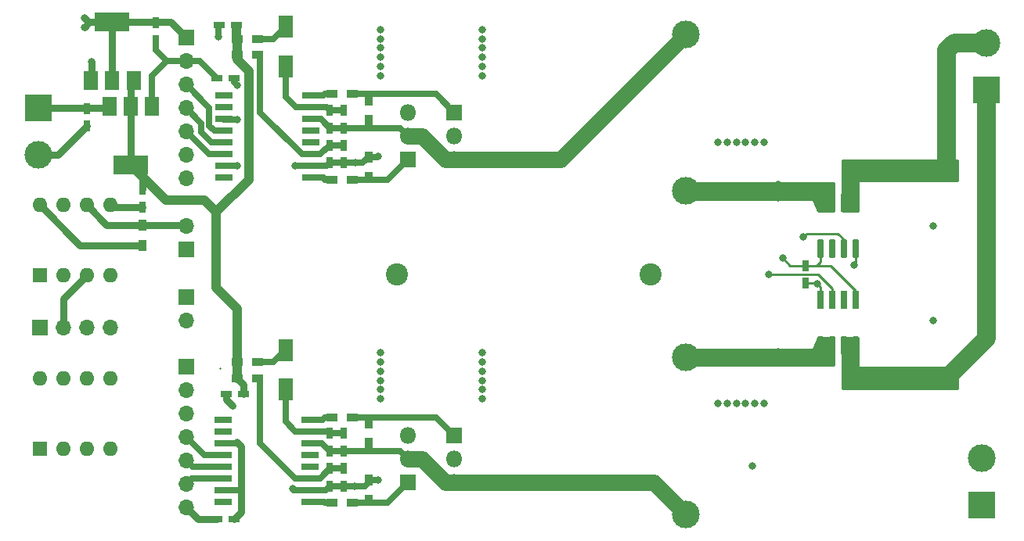
<source format=gbr>
%TF.GenerationSoftware,KiCad,Pcbnew,(5.1.10)-1*%
%TF.CreationDate,2022-06-03T10:18:56+01:00*%
%TF.ProjectId,GTI_V3,4754495f-5633-42e6-9b69-6361645f7063,rev?*%
%TF.SameCoordinates,Original*%
%TF.FileFunction,Copper,L1,Top*%
%TF.FilePolarity,Positive*%
%FSLAX46Y46*%
G04 Gerber Fmt 4.6, Leading zero omitted, Abs format (unit mm)*
G04 Created by KiCad (PCBNEW (5.1.10)-1) date 2022-06-03 10:18:56*
%MOMM*%
%LPD*%
G01*
G04 APERTURE LIST*
%TA.AperFunction,SMDPad,CuDef*%
%ADD10R,1.200000X0.750000*%
%TD*%
%TA.AperFunction,ComponentPad*%
%ADD11R,1.700000X1.700000*%
%TD*%
%TA.AperFunction,ComponentPad*%
%ADD12O,1.700000X1.700000*%
%TD*%
%TA.AperFunction,ComponentPad*%
%ADD13O,1.600000X1.600000*%
%TD*%
%TA.AperFunction,ComponentPad*%
%ADD14R,1.600000X1.600000*%
%TD*%
%TA.AperFunction,SMDPad,CuDef*%
%ADD15R,3.800000X2.000000*%
%TD*%
%TA.AperFunction,SMDPad,CuDef*%
%ADD16R,1.500000X2.000000*%
%TD*%
%TA.AperFunction,SMDPad,CuDef*%
%ADD17R,0.900000X1.200000*%
%TD*%
%TA.AperFunction,ComponentPad*%
%ADD18R,3.000000X3.000000*%
%TD*%
%TA.AperFunction,ComponentPad*%
%ADD19C,3.000000*%
%TD*%
%TA.AperFunction,SMDPad,CuDef*%
%ADD20R,0.750000X1.200000*%
%TD*%
%TA.AperFunction,ComponentPad*%
%ADD21C,2.400000*%
%TD*%
%TA.AperFunction,ComponentPad*%
%ADD22O,1.800000X1.800000*%
%TD*%
%TA.AperFunction,ComponentPad*%
%ADD23R,1.800000X1.800000*%
%TD*%
%TA.AperFunction,SMDPad,CuDef*%
%ADD24R,1.922000X0.700000*%
%TD*%
%TA.AperFunction,SMDPad,CuDef*%
%ADD25R,1.200000X0.900000*%
%TD*%
%TA.AperFunction,SMDPad,CuDef*%
%ADD26R,1.550000X2.350000*%
%TD*%
%TA.AperFunction,ComponentPad*%
%ADD27C,2.999740*%
%TD*%
%TA.AperFunction,ViaPad*%
%ADD28C,0.800000*%
%TD*%
%TA.AperFunction,Conductor*%
%ADD29C,0.650000*%
%TD*%
%TA.AperFunction,Conductor*%
%ADD30C,0.250000*%
%TD*%
%TA.AperFunction,Conductor*%
%ADD31C,0.750000*%
%TD*%
%TA.AperFunction,Conductor*%
%ADD32C,1.000000*%
%TD*%
%TA.AperFunction,Conductor*%
%ADD33C,1.750000*%
%TD*%
%TA.AperFunction,Conductor*%
%ADD34C,2.000000*%
%TD*%
%TA.AperFunction,Conductor*%
%ADD35C,0.254000*%
%TD*%
%TA.AperFunction,Conductor*%
%ADD36C,0.100000*%
%TD*%
G04 APERTURE END LIST*
D10*
%TO.P,C29,1*%
%TO.N,+12V*%
X126450000Y-63000000D03*
%TO.P,C29,2*%
%TO.N,GND*%
X124550000Y-63000000D03*
%TD*%
%TO.P,C28,1*%
%TO.N,+12V*%
X127200000Y-103000000D03*
%TO.P,C28,2*%
%TO.N,GND*%
X125300000Y-103000000D03*
%TD*%
D11*
%TO.P,J8,1*%
%TO.N,/VBUS_Sense*%
X121000000Y-92440000D03*
D12*
%TO.P,J8,2*%
%TO.N,GND*%
X121000000Y-94980000D03*
%TD*%
D11*
%TO.P,J3,1*%
%TO.N,+3V3*%
X121000000Y-64380000D03*
D12*
%TO.P,J3,2*%
%TO.N,GND*%
X121000000Y-66920000D03*
%TO.P,J3,3*%
%TO.N,Net-(IC1-Pad12)*%
X121000000Y-69460000D03*
%TO.P,J3,4*%
%TO.N,Net-(IC1-Pad13)*%
X121000000Y-72000000D03*
%TO.P,J3,5*%
%TO.N,Net-(IC1-Pad14)*%
X121000000Y-74540000D03*
%TO.P,J3,6*%
%TO.N,/V_Sense_A*%
X121000000Y-77080000D03*
%TO.P,J3,7*%
%TO.N,/I_Sense_A*%
X121000000Y-79620000D03*
%TD*%
D13*
%TO.P,U6,8*%
%TO.N,/Ext_Vdd*%
X105170000Y-101250000D03*
%TO.P,U6,4*%
%TO.N,N/C*%
X112790000Y-108870000D03*
%TO.P,U6,7*%
%TO.N,Net-(U6-Pad7)*%
X107710000Y-101250000D03*
%TO.P,U6,3*%
%TO.N,Net-(R30-Pad2)*%
X110250000Y-108870000D03*
%TO.P,U6,6*%
%TO.N,/Ext_Rx*%
X110250000Y-101250000D03*
%TO.P,U6,2*%
%TO.N,+3V3*%
X107710000Y-108870000D03*
%TO.P,U6,5*%
%TO.N,/Ext_Gnd*%
X112790000Y-101250000D03*
D14*
%TO.P,U6,1*%
%TO.N,Net-(U6-Pad1)*%
X105170000Y-108870000D03*
%TD*%
D13*
%TO.P,U5,8*%
%TO.N,+3V3*%
X105170000Y-82500000D03*
%TO.P,U5,4*%
%TO.N,N/C*%
X112790000Y-90120000D03*
%TO.P,U5,7*%
%TO.N,Net-(U5-Pad7)*%
X107710000Y-82500000D03*
%TO.P,U5,3*%
%TO.N,/Ext_Tx*%
X110250000Y-90120000D03*
%TO.P,U5,6*%
%TO.N,/Rx*%
X110250000Y-82500000D03*
%TO.P,U5,2*%
%TO.N,Net-(R28-Pad1)*%
X107710000Y-90120000D03*
%TO.P,U5,5*%
%TO.N,GND*%
X112790000Y-82500000D03*
D14*
%TO.P,U5,1*%
%TO.N,Net-(U5-Pad1)*%
X105170000Y-90120000D03*
%TD*%
D15*
%TO.P,U2,2*%
%TO.N,+12V*%
X115000000Y-78150000D03*
D16*
X115000000Y-71850000D03*
%TO.P,U2,3*%
%TO.N,VCC*%
X112700000Y-71850000D03*
%TO.P,U2,1*%
%TO.N,GND*%
X117300000Y-71850000D03*
%TD*%
D15*
%TO.P,U1,2*%
%TO.N,+3V3*%
X113000000Y-62700000D03*
D16*
X113000000Y-69000000D03*
%TO.P,U1,3*%
%TO.N,+12V*%
X115300000Y-69000000D03*
%TO.P,U1,1*%
%TO.N,GND*%
X110700000Y-69000000D03*
%TD*%
D17*
%TO.P,R27,1*%
%TO.N,/Rx*%
X116250000Y-84650000D03*
%TO.P,R27,2*%
%TO.N,+3V3*%
X116250000Y-86850000D03*
%TD*%
D11*
%TO.P,J7,1*%
%TO.N,/Ext_Vdd*%
X105210000Y-95750000D03*
D12*
%TO.P,J7,2*%
%TO.N,/Ext_Tx*%
X107750000Y-95750000D03*
%TO.P,J7,3*%
%TO.N,/Ext_Rx*%
X110290000Y-95750000D03*
%TO.P,J7,4*%
%TO.N,/Ext_Gnd*%
X112830000Y-95750000D03*
%TD*%
D18*
%TO.P,J5,1*%
%TO.N,Net-(C13-Pad2)*%
X207500000Y-70000000D03*
D19*
%TO.P,J5,2*%
%TO.N,Net-(C13-Pad1)*%
X207500000Y-64920000D03*
%TD*%
D11*
%TO.P,J4,1*%
%TO.N,/Tx*%
X121000000Y-87290000D03*
D12*
%TO.P,J4,2*%
%TO.N,/Rx*%
X121000000Y-84750000D03*
%TD*%
D18*
%TO.P,J2,1*%
%TO.N,VBUS*%
X207000000Y-115000000D03*
D19*
%TO.P,J2,2*%
%TO.N,GND*%
X207000000Y-109920000D03*
%TD*%
D18*
%TO.P,J1,1*%
%TO.N,VCC*%
X105000000Y-72000000D03*
D19*
%TO.P,J1,2*%
%TO.N,GND*%
X105000000Y-77080000D03*
%TD*%
D20*
%TO.P,C3,1*%
%TO.N,VCC*%
X110250000Y-72050000D03*
%TO.P,C3,2*%
%TO.N,GND*%
X110250000Y-73950000D03*
%TD*%
%TO.P,C2,1*%
%TO.N,+12V*%
X116250000Y-80800000D03*
%TO.P,C2,2*%
%TO.N,GND*%
X116250000Y-82700000D03*
%TD*%
%TO.P,C1,1*%
%TO.N,+3V3*%
X117750000Y-62800000D03*
%TO.P,C1,2*%
%TO.N,GND*%
X117750000Y-64700000D03*
%TD*%
D21*
%TO.P,C13,2*%
%TO.N,Net-(C13-Pad2)*%
X203250000Y-101250000D03*
%TO.P,C13,1*%
%TO.N,Net-(C13-Pad1)*%
X203250000Y-78750000D03*
%TD*%
D20*
%TO.P,C16,2*%
%TO.N,Net-(C15-Pad2)*%
X138000000Y-109150000D03*
%TO.P,C16,1*%
%TO.N,Net-(C15-Pad1)*%
X138000000Y-107250000D03*
%TD*%
D21*
%TO.P,C23,1*%
%TO.N,VBUS*%
X171250000Y-90000000D03*
%TO.P,C23,2*%
%TO.N,GND*%
X143750000Y-90000000D03*
%TD*%
D11*
%TO.P,J6,1*%
%TO.N,/I_Sense_B*%
X121000000Y-100000000D03*
D12*
%TO.P,J6,2*%
%TO.N,/V_Sense_B*%
X121000000Y-102540000D03*
%TO.P,J6,3*%
%TO.N,+3V3*%
X121000000Y-105080000D03*
%TO.P,J6,4*%
%TO.N,Net-(IC2-Pad12)*%
X121000000Y-107620000D03*
%TO.P,J6,5*%
%TO.N,Net-(IC2-Pad13)*%
X121000000Y-110160000D03*
%TO.P,J6,6*%
%TO.N,Net-(IC2-Pad14)*%
X121000000Y-112700000D03*
%TO.P,J6,7*%
%TO.N,GND*%
X121000000Y-115240000D03*
%TD*%
%TO.P,U3,8*%
%TO.N,+3V3*%
%TA.AperFunction,SMDPad,CuDef*%
G36*
G01*
X193147000Y-86240000D02*
X193663000Y-86240000D01*
G75*
G02*
X193705000Y-86282000I0J-42000D01*
G01*
X193705000Y-88168000D01*
G75*
G02*
X193663000Y-88210000I-42000J0D01*
G01*
X193147000Y-88210000D01*
G75*
G02*
X193105000Y-88168000I0J42000D01*
G01*
X193105000Y-86282000D01*
G75*
G02*
X193147000Y-86240000I42000J0D01*
G01*
G37*
%TD.AperFunction*%
%TO.P,U3,7*%
%TO.N,/I_Sense_A*%
%TA.AperFunction,SMDPad,CuDef*%
G36*
G01*
X191877000Y-86240000D02*
X192393000Y-86240000D01*
G75*
G02*
X192435000Y-86282000I0J-42000D01*
G01*
X192435000Y-88168000D01*
G75*
G02*
X192393000Y-88210000I-42000J0D01*
G01*
X191877000Y-88210000D01*
G75*
G02*
X191835000Y-88168000I0J42000D01*
G01*
X191835000Y-86282000D01*
G75*
G02*
X191877000Y-86240000I42000J0D01*
G01*
G37*
%TD.AperFunction*%
%TO.P,U3,6*%
%TO.N,Net-(U3-Pad6)*%
%TA.AperFunction,SMDPad,CuDef*%
G36*
G01*
X190607000Y-86240000D02*
X191123000Y-86240000D01*
G75*
G02*
X191165000Y-86282000I0J-42000D01*
G01*
X191165000Y-88168000D01*
G75*
G02*
X191123000Y-88210000I-42000J0D01*
G01*
X190607000Y-88210000D01*
G75*
G02*
X190565000Y-88168000I0J42000D01*
G01*
X190565000Y-86282000D01*
G75*
G02*
X190607000Y-86240000I42000J0D01*
G01*
G37*
%TD.AperFunction*%
%TO.P,U3,5*%
%TO.N,GNDA*%
%TA.AperFunction,SMDPad,CuDef*%
G36*
G01*
X189337000Y-86240000D02*
X189853000Y-86240000D01*
G75*
G02*
X189895000Y-86282000I0J-42000D01*
G01*
X189895000Y-88168000D01*
G75*
G02*
X189853000Y-88210000I-42000J0D01*
G01*
X189337000Y-88210000D01*
G75*
G02*
X189295000Y-88168000I0J42000D01*
G01*
X189295000Y-86282000D01*
G75*
G02*
X189337000Y-86240000I42000J0D01*
G01*
G37*
%TD.AperFunction*%
%TO.P,U3,4*%
%TO.N,Net-(C10-Pad1)*%
%TA.AperFunction,SMDPad,CuDef*%
G36*
G01*
X189337000Y-81290000D02*
X189853000Y-81290000D01*
G75*
G02*
X189895000Y-81332000I0J-42000D01*
G01*
X189895000Y-83218000D01*
G75*
G02*
X189853000Y-83260000I-42000J0D01*
G01*
X189337000Y-83260000D01*
G75*
G02*
X189295000Y-83218000I0J42000D01*
G01*
X189295000Y-81332000D01*
G75*
G02*
X189337000Y-81290000I42000J0D01*
G01*
G37*
%TD.AperFunction*%
%TO.P,U3,3*%
%TA.AperFunction,SMDPad,CuDef*%
G36*
G01*
X190607000Y-81290000D02*
X191123000Y-81290000D01*
G75*
G02*
X191165000Y-81332000I0J-42000D01*
G01*
X191165000Y-83218000D01*
G75*
G02*
X191123000Y-83260000I-42000J0D01*
G01*
X190607000Y-83260000D01*
G75*
G02*
X190565000Y-83218000I0J42000D01*
G01*
X190565000Y-81332000D01*
G75*
G02*
X190607000Y-81290000I42000J0D01*
G01*
G37*
%TD.AperFunction*%
%TO.P,U3,2*%
%TO.N,Net-(C13-Pad1)*%
%TA.AperFunction,SMDPad,CuDef*%
G36*
G01*
X191877000Y-81290000D02*
X192393000Y-81290000D01*
G75*
G02*
X192435000Y-81332000I0J-42000D01*
G01*
X192435000Y-83218000D01*
G75*
G02*
X192393000Y-83260000I-42000J0D01*
G01*
X191877000Y-83260000D01*
G75*
G02*
X191835000Y-83218000I0J42000D01*
G01*
X191835000Y-81332000D01*
G75*
G02*
X191877000Y-81290000I42000J0D01*
G01*
G37*
%TD.AperFunction*%
%TO.P,U3,1*%
%TA.AperFunction,SMDPad,CuDef*%
G36*
G01*
X193147000Y-81290000D02*
X193663000Y-81290000D01*
G75*
G02*
X193705000Y-81332000I0J-42000D01*
G01*
X193705000Y-83218000D01*
G75*
G02*
X193663000Y-83260000I-42000J0D01*
G01*
X193147000Y-83260000D01*
G75*
G02*
X193105000Y-83218000I0J42000D01*
G01*
X193105000Y-81332000D01*
G75*
G02*
X193147000Y-81290000I42000J0D01*
G01*
G37*
%TD.AperFunction*%
%TD*%
%TO.P,U4,8*%
%TO.N,+3V3*%
%TA.AperFunction,SMDPad,CuDef*%
G36*
G01*
X189853000Y-93760000D02*
X189337000Y-93760000D01*
G75*
G02*
X189295000Y-93718000I0J42000D01*
G01*
X189295000Y-91832000D01*
G75*
G02*
X189337000Y-91790000I42000J0D01*
G01*
X189853000Y-91790000D01*
G75*
G02*
X189895000Y-91832000I0J-42000D01*
G01*
X189895000Y-93718000D01*
G75*
G02*
X189853000Y-93760000I-42000J0D01*
G01*
G37*
%TD.AperFunction*%
%TO.P,U4,7*%
%TO.N,/I_Sense_B*%
%TA.AperFunction,SMDPad,CuDef*%
G36*
G01*
X191123000Y-93760000D02*
X190607000Y-93760000D01*
G75*
G02*
X190565000Y-93718000I0J42000D01*
G01*
X190565000Y-91832000D01*
G75*
G02*
X190607000Y-91790000I42000J0D01*
G01*
X191123000Y-91790000D01*
G75*
G02*
X191165000Y-91832000I0J-42000D01*
G01*
X191165000Y-93718000D01*
G75*
G02*
X191123000Y-93760000I-42000J0D01*
G01*
G37*
%TD.AperFunction*%
%TO.P,U4,6*%
%TO.N,Net-(U4-Pad6)*%
%TA.AperFunction,SMDPad,CuDef*%
G36*
G01*
X192393000Y-93760000D02*
X191877000Y-93760000D01*
G75*
G02*
X191835000Y-93718000I0J42000D01*
G01*
X191835000Y-91832000D01*
G75*
G02*
X191877000Y-91790000I42000J0D01*
G01*
X192393000Y-91790000D01*
G75*
G02*
X192435000Y-91832000I0J-42000D01*
G01*
X192435000Y-93718000D01*
G75*
G02*
X192393000Y-93760000I-42000J0D01*
G01*
G37*
%TD.AperFunction*%
%TO.P,U4,5*%
%TO.N,GNDA*%
%TA.AperFunction,SMDPad,CuDef*%
G36*
G01*
X193663000Y-93760000D02*
X193147000Y-93760000D01*
G75*
G02*
X193105000Y-93718000I0J42000D01*
G01*
X193105000Y-91832000D01*
G75*
G02*
X193147000Y-91790000I42000J0D01*
G01*
X193663000Y-91790000D01*
G75*
G02*
X193705000Y-91832000I0J-42000D01*
G01*
X193705000Y-93718000D01*
G75*
G02*
X193663000Y-93760000I-42000J0D01*
G01*
G37*
%TD.AperFunction*%
%TO.P,U4,4*%
%TO.N,Net-(C13-Pad2)*%
%TA.AperFunction,SMDPad,CuDef*%
G36*
G01*
X193663000Y-98710000D02*
X193147000Y-98710000D01*
G75*
G02*
X193105000Y-98668000I0J42000D01*
G01*
X193105000Y-96782000D01*
G75*
G02*
X193147000Y-96740000I42000J0D01*
G01*
X193663000Y-96740000D01*
G75*
G02*
X193705000Y-96782000I0J-42000D01*
G01*
X193705000Y-98668000D01*
G75*
G02*
X193663000Y-98710000I-42000J0D01*
G01*
G37*
%TD.AperFunction*%
%TO.P,U4,3*%
%TA.AperFunction,SMDPad,CuDef*%
G36*
G01*
X192393000Y-98710000D02*
X191877000Y-98710000D01*
G75*
G02*
X191835000Y-98668000I0J42000D01*
G01*
X191835000Y-96782000D01*
G75*
G02*
X191877000Y-96740000I42000J0D01*
G01*
X192393000Y-96740000D01*
G75*
G02*
X192435000Y-96782000I0J-42000D01*
G01*
X192435000Y-98668000D01*
G75*
G02*
X192393000Y-98710000I-42000J0D01*
G01*
G37*
%TD.AperFunction*%
%TO.P,U4,2*%
%TO.N,Net-(C19-Pad1)*%
%TA.AperFunction,SMDPad,CuDef*%
G36*
G01*
X191123000Y-98710000D02*
X190607000Y-98710000D01*
G75*
G02*
X190565000Y-98668000I0J42000D01*
G01*
X190565000Y-96782000D01*
G75*
G02*
X190607000Y-96740000I42000J0D01*
G01*
X191123000Y-96740000D01*
G75*
G02*
X191165000Y-96782000I0J-42000D01*
G01*
X191165000Y-98668000D01*
G75*
G02*
X191123000Y-98710000I-42000J0D01*
G01*
G37*
%TD.AperFunction*%
%TO.P,U4,1*%
%TA.AperFunction,SMDPad,CuDef*%
G36*
G01*
X189853000Y-98710000D02*
X189337000Y-98710000D01*
G75*
G02*
X189295000Y-98668000I0J42000D01*
G01*
X189295000Y-96782000D01*
G75*
G02*
X189337000Y-96740000I42000J0D01*
G01*
X189853000Y-96740000D01*
G75*
G02*
X189895000Y-96782000I0J-42000D01*
G01*
X189895000Y-98668000D01*
G75*
G02*
X189853000Y-98710000I-42000J0D01*
G01*
G37*
%TD.AperFunction*%
%TD*%
D22*
%TO.P,Q4,3*%
%TO.N,GND*%
X145000000Y-107460000D03*
%TO.P,Q4,2*%
%TO.N,Net-(C15-Pad2)*%
X145000000Y-110000000D03*
D23*
%TO.P,Q4,1*%
%TO.N,Net-(Q4-Pad1)*%
X145000000Y-112540000D03*
%TD*%
D24*
%TO.P,IC2,1*%
%TO.N,Net-(IC2-Pad1)*%
X134428000Y-114640000D03*
%TO.P,IC2,2*%
%TO.N,GND*%
X134428000Y-113370000D03*
%TO.P,IC2,3*%
%TO.N,Net-(C17-Pad1)*%
X134428000Y-112100000D03*
%TO.P,IC2,4*%
%TO.N,Net-(IC2-Pad4)*%
X134428000Y-110830000D03*
%TO.P,IC2,5*%
%TO.N,Net-(IC2-Pad5)*%
X134428000Y-109560000D03*
%TO.P,IC2,6*%
%TO.N,Net-(C15-Pad2)*%
X134428000Y-108290000D03*
%TO.P,IC2,7*%
%TO.N,Net-(C15-Pad1)*%
X134428000Y-107020000D03*
%TO.P,IC2,8*%
%TO.N,Net-(IC2-Pad8)*%
X134428000Y-105750000D03*
%TO.P,IC2,9*%
%TO.N,Net-(IC2-Pad9)*%
X125000000Y-105750000D03*
%TO.P,IC2,10*%
%TO.N,Net-(IC2-Pad10)*%
X125000000Y-107020000D03*
%TO.P,IC2,11*%
%TO.N,+3V3*%
X125000000Y-108290000D03*
%TO.P,IC2,12*%
%TO.N,Net-(IC2-Pad12)*%
X125000000Y-109560000D03*
%TO.P,IC2,13*%
%TO.N,Net-(IC2-Pad13)*%
X125000000Y-110830000D03*
%TO.P,IC2,14*%
%TO.N,Net-(IC2-Pad14)*%
X125000000Y-112100000D03*
%TO.P,IC2,15*%
%TO.N,+3V3*%
X125000000Y-113370000D03*
%TO.P,IC2,16*%
%TO.N,Net-(IC2-Pad16)*%
X125000000Y-114640000D03*
%TD*%
D22*
%TO.P,Q3,3*%
%TO.N,Net-(C15-Pad2)*%
X150000000Y-112540000D03*
%TO.P,Q3,2*%
%TO.N,VBUS*%
X150000000Y-110000000D03*
D23*
%TO.P,Q3,1*%
%TO.N,Net-(Q3-Pad1)*%
X150000000Y-107460000D03*
%TD*%
D20*
%TO.P,C18,2*%
%TO.N,GND*%
X138000000Y-112950000D03*
%TO.P,C18,1*%
%TO.N,Net-(C17-Pad1)*%
X138000000Y-111050000D03*
%TD*%
%TO.P,C17,2*%
%TO.N,GND*%
X136500000Y-112950000D03*
%TO.P,C17,1*%
%TO.N,Net-(C17-Pad1)*%
X136500000Y-111050000D03*
%TD*%
D10*
%TO.P,C21,2*%
%TO.N,GND*%
X124300000Y-116500000D03*
%TO.P,C21,1*%
%TO.N,+3V3*%
X126200000Y-116500000D03*
%TD*%
D25*
%TO.P,R24,2*%
%TO.N,Net-(IC2-Pad1)*%
X136800000Y-114750000D03*
%TO.P,R24,1*%
%TO.N,Net-(Q4-Pad1)*%
X139000000Y-114750000D03*
%TD*%
D17*
%TO.P,R23,2*%
%TO.N,Net-(C15-Pad2)*%
X140750000Y-108350000D03*
%TO.P,R23,1*%
%TO.N,Net-(Q3-Pad1)*%
X140750000Y-106150000D03*
%TD*%
%TO.P,R26,2*%
%TO.N,GND*%
X140750000Y-112300000D03*
%TO.P,R26,1*%
%TO.N,Net-(Q4-Pad1)*%
X140750000Y-114500000D03*
%TD*%
D26*
%TO.P,D2,1*%
%TO.N,Net-(C15-Pad1)*%
X131750000Y-102500000D03*
%TO.P,D2,2*%
%TO.N,Net-(D2-Pad2)*%
X131750000Y-98200000D03*
%TD*%
D25*
%TO.P,R20,2*%
%TO.N,+12V*%
X126500000Y-101250000D03*
%TO.P,R20,1*%
%TO.N,Net-(C17-Pad1)*%
X128700000Y-101250000D03*
%TD*%
%TO.P,R19,2*%
%TO.N,+12V*%
X126500000Y-99500000D03*
%TO.P,R19,1*%
%TO.N,Net-(D2-Pad2)*%
X128700000Y-99500000D03*
%TD*%
%TO.P,R21,2*%
%TO.N,Net-(IC2-Pad8)*%
X136750000Y-105500000D03*
%TO.P,R21,1*%
%TO.N,Net-(Q3-Pad1)*%
X138950000Y-105500000D03*
%TD*%
D27*
%TO.P,L2,2*%
%TO.N,Net-(C19-Pad1)*%
X175000000Y-99001160D03*
%TO.P,L2,1*%
%TO.N,Net-(C15-Pad2)*%
X175000000Y-115998840D03*
%TD*%
D10*
%TO.P,C12,2*%
%TO.N,GND*%
X124300000Y-68750000D03*
%TO.P,C12,1*%
%TO.N,+3V3*%
X126200000Y-68750000D03*
%TD*%
D20*
%TO.P,C15,2*%
%TO.N,Net-(C15-Pad2)*%
X136500000Y-109150000D03*
%TO.P,C15,1*%
%TO.N,Net-(C15-Pad1)*%
X136500000Y-107250000D03*
%TD*%
D17*
%TO.P,R8,1*%
%TO.N,Net-(Q2-Pad1)*%
X140750000Y-79500000D03*
%TO.P,R8,2*%
%TO.N,GND*%
X140750000Y-77300000D03*
%TD*%
D25*
%TO.P,R6,1*%
%TO.N,Net-(Q2-Pad1)*%
X138950000Y-79750000D03*
%TO.P,R6,2*%
%TO.N,Net-(IC1-Pad1)*%
X136750000Y-79750000D03*
%TD*%
D17*
%TO.P,R5,1*%
%TO.N,Net-(Q1-Pad1)*%
X140750000Y-71150000D03*
%TO.P,R5,2*%
%TO.N,Net-(C11-Pad1)*%
X140750000Y-73350000D03*
%TD*%
D25*
%TO.P,R3,1*%
%TO.N,Net-(Q1-Pad1)*%
X138950000Y-70500000D03*
%TO.P,R3,2*%
%TO.N,Net-(IC1-Pad8)*%
X136750000Y-70500000D03*
%TD*%
%TO.P,R2,1*%
%TO.N,Net-(C8-Pad1)*%
X128700000Y-66250000D03*
%TO.P,R2,2*%
%TO.N,+12V*%
X126500000Y-66250000D03*
%TD*%
%TO.P,R1,1*%
%TO.N,Net-(D1-Pad2)*%
X128700000Y-64500000D03*
%TO.P,R1,2*%
%TO.N,+12V*%
X126500000Y-64500000D03*
%TD*%
D27*
%TO.P,L1,1*%
%TO.N,Net-(C11-Pad1)*%
X175000000Y-64001160D03*
%TO.P,L1,2*%
%TO.N,Net-(C10-Pad1)*%
X175000000Y-80998840D03*
%TD*%
D20*
%TO.P,C9,1*%
%TO.N,Net-(C8-Pad1)*%
X138000000Y-76050000D03*
%TO.P,C9,2*%
%TO.N,GND*%
X138000000Y-77950000D03*
%TD*%
%TO.P,C8,1*%
%TO.N,Net-(C8-Pad1)*%
X136500000Y-76050000D03*
%TO.P,C8,2*%
%TO.N,GND*%
X136500000Y-77950000D03*
%TD*%
%TO.P,C7,1*%
%TO.N,+3V3*%
X188000000Y-90950000D03*
%TO.P,C7,2*%
%TO.N,GNDA*%
X188000000Y-89050000D03*
%TD*%
%TO.P,C6,1*%
%TO.N,Net-(C5-Pad1)*%
X138000000Y-72250000D03*
%TO.P,C6,2*%
%TO.N,Net-(C11-Pad1)*%
X138000000Y-74150000D03*
%TD*%
%TO.P,C5,1*%
%TO.N,Net-(C5-Pad1)*%
X136500000Y-72250000D03*
%TO.P,C5,2*%
%TO.N,Net-(C11-Pad1)*%
X136500000Y-74150000D03*
%TD*%
D26*
%TO.P,D1,2*%
%TO.N,Net-(D1-Pad2)*%
X131750000Y-63200000D03*
%TO.P,D1,1*%
%TO.N,Net-(C5-Pad1)*%
X131750000Y-67500000D03*
%TD*%
D23*
%TO.P,Q2,1*%
%TO.N,Net-(Q2-Pad1)*%
X145000000Y-77540000D03*
D22*
%TO.P,Q2,2*%
%TO.N,Net-(C11-Pad1)*%
X145000000Y-75000000D03*
%TO.P,Q2,3*%
%TO.N,GND*%
X145000000Y-72460000D03*
%TD*%
%TO.P,Q1,3*%
%TO.N,Net-(C11-Pad1)*%
X150000000Y-77540000D03*
%TO.P,Q1,2*%
%TO.N,VBUS*%
X150000000Y-75000000D03*
D23*
%TO.P,Q1,1*%
%TO.N,Net-(Q1-Pad1)*%
X150000000Y-72460000D03*
%TD*%
D24*
%TO.P,IC1,16*%
%TO.N,Net-(IC1-Pad16)*%
X125072000Y-79560000D03*
%TO.P,IC1,15*%
%TO.N,+3V3*%
X125072000Y-78290000D03*
%TO.P,IC1,14*%
%TO.N,Net-(IC1-Pad14)*%
X125072000Y-77020000D03*
%TO.P,IC1,13*%
%TO.N,Net-(IC1-Pad13)*%
X125072000Y-75750000D03*
%TO.P,IC1,12*%
%TO.N,Net-(IC1-Pad12)*%
X125072000Y-74480000D03*
%TO.P,IC1,11*%
%TO.N,+3V3*%
X125072000Y-73210000D03*
%TO.P,IC1,10*%
%TO.N,Net-(IC1-Pad10)*%
X125072000Y-71940000D03*
%TO.P,IC1,9*%
%TO.N,Net-(IC1-Pad9)*%
X125072000Y-70670000D03*
%TO.P,IC1,8*%
%TO.N,Net-(IC1-Pad8)*%
X134500000Y-70670000D03*
%TO.P,IC1,7*%
%TO.N,Net-(C5-Pad1)*%
X134500000Y-71940000D03*
%TO.P,IC1,6*%
%TO.N,Net-(C11-Pad1)*%
X134500000Y-73210000D03*
%TO.P,IC1,5*%
%TO.N,Net-(IC1-Pad5)*%
X134500000Y-74480000D03*
%TO.P,IC1,4*%
%TO.N,Net-(IC1-Pad4)*%
X134500000Y-75750000D03*
%TO.P,IC1,3*%
%TO.N,Net-(C8-Pad1)*%
X134500000Y-77020000D03*
%TO.P,IC1,2*%
%TO.N,GND*%
X134500000Y-78290000D03*
%TO.P,IC1,1*%
%TO.N,Net-(IC1-Pad1)*%
X134500000Y-79560000D03*
%TD*%
D28*
%TO.N,VBUS*%
X153000000Y-63500000D03*
X153000000Y-64500000D03*
X153000000Y-65500000D03*
X153000000Y-66500000D03*
X153000000Y-67500000D03*
X153000000Y-68500000D03*
X153000000Y-98500000D03*
X153000000Y-99500000D03*
X153000000Y-100500000D03*
X153000000Y-101500000D03*
X153000000Y-102500000D03*
X153000000Y-103500000D03*
%TO.N,+3V3*%
X193250000Y-89000000D03*
X189250000Y-91000000D03*
X110000000Y-62250000D03*
X110000000Y-63250000D03*
X126500000Y-108250000D03*
X126500000Y-78250000D03*
X126500000Y-73250000D03*
X126500000Y-69500000D03*
X126899999Y-113350001D03*
%TO.N,GNDA*%
X185500000Y-88250000D03*
%TO.N,GND*%
X124500000Y-64250000D03*
X110750000Y-67000000D03*
X182250000Y-110750000D03*
X201750000Y-95000000D03*
X201750000Y-84750000D03*
X139250000Y-112950000D03*
X139300000Y-77950000D03*
X142000000Y-63500000D03*
X142000000Y-64500000D03*
X142000000Y-65500000D03*
X142000000Y-66500000D03*
X142000000Y-67500000D03*
X142000000Y-68500000D03*
X142000000Y-98500000D03*
X142000000Y-99500000D03*
X142000000Y-100500000D03*
X142000000Y-101500000D03*
X142000000Y-102500000D03*
X142000000Y-103500000D03*
X178500000Y-104000000D03*
X179500000Y-104000000D03*
X180500000Y-104000000D03*
X181500000Y-104000000D03*
X182500000Y-104000000D03*
X183500000Y-104000000D03*
X178500000Y-75750000D03*
X179500000Y-75750000D03*
X180500000Y-75750000D03*
X181500000Y-75750000D03*
X182500000Y-75750000D03*
X183500000Y-75750000D03*
X141750000Y-77250000D03*
X141750000Y-112250000D03*
X132500000Y-113250000D03*
X132750000Y-78250000D03*
X126000000Y-104250000D03*
%TO.N,Net-(C10-Pad1)*%
X185000000Y-80250000D03*
X185000000Y-81750000D03*
X186250000Y-81000000D03*
%TO.N,/I_Sense_A*%
X187750000Y-86000000D03*
%TO.N,/I_Sense_B*%
X184000000Y-90000000D03*
%TO.N,Net-(C19-Pad1)*%
X185000000Y-98400000D03*
X185000000Y-99600000D03*
X186000000Y-99000000D03*
%TD*%
D29*
%TO.N,Net-(IC1-Pad14)*%
X123480000Y-77020000D02*
X121000000Y-74540000D01*
X125072000Y-77020000D02*
X123480000Y-77020000D01*
%TO.N,Net-(IC1-Pad13)*%
X125072000Y-75750000D02*
X123750000Y-75750000D01*
X122649990Y-73649990D02*
X121000000Y-72000000D01*
X122649990Y-74649990D02*
X122649990Y-73649990D01*
X123750000Y-75750000D02*
X122649990Y-74649990D01*
D30*
%TO.N,Net-(IC1-Pad12)*%
X124445998Y-74480000D02*
X125072000Y-74480000D01*
D29*
X124085998Y-74480000D02*
X123500000Y-73894002D01*
X125072000Y-74480000D02*
X124085998Y-74480000D01*
X123500000Y-71960000D02*
X121000000Y-69460000D01*
X123500000Y-73894002D02*
X123500000Y-71960000D01*
%TO.N,Net-(IC1-Pad8)*%
X134500000Y-70670000D02*
X135830000Y-70670000D01*
X136000000Y-70500000D02*
X136750000Y-70500000D01*
X135830000Y-70670000D02*
X136000000Y-70500000D01*
%TO.N,Net-(IC1-Pad1)*%
X134500000Y-79560000D02*
X135810000Y-79560000D01*
X136000000Y-79750000D02*
X136750000Y-79750000D01*
X135810000Y-79560000D02*
X136000000Y-79750000D01*
%TO.N,Net-(IC2-Pad14)*%
X121600000Y-112100000D02*
X121000000Y-112700000D01*
X125000000Y-112100000D02*
X121600000Y-112100000D01*
%TO.N,Net-(IC2-Pad13)*%
X121670000Y-110830000D02*
X121000000Y-110160000D01*
X125000000Y-110830000D02*
X121670000Y-110830000D01*
%TO.N,Net-(IC2-Pad12)*%
X122940000Y-109560000D02*
X121000000Y-107620000D01*
X125000000Y-109560000D02*
X122940000Y-109560000D01*
%TO.N,Net-(IC2-Pad8)*%
X134428000Y-105750000D02*
X135750000Y-105750000D01*
X136000000Y-105500000D02*
X136750000Y-105500000D01*
X135750000Y-105750000D02*
X136000000Y-105500000D01*
%TO.N,Net-(IC2-Pad1)*%
X134428000Y-114640000D02*
X135890000Y-114640000D01*
X136000000Y-114750000D02*
X136800000Y-114750000D01*
X135890000Y-114640000D02*
X136000000Y-114750000D01*
%TO.N,Net-(Q1-Pad1)*%
X148040000Y-70500000D02*
X150000000Y-72460000D01*
X140750000Y-70750000D02*
X140500000Y-70500000D01*
X140750000Y-71150000D02*
X140750000Y-70750000D01*
X140500000Y-70500000D02*
X148040000Y-70500000D01*
X138950000Y-70500000D02*
X140500000Y-70500000D01*
%TO.N,Net-(Q2-Pad1)*%
X142790000Y-79750000D02*
X145000000Y-77540000D01*
X138950000Y-79750000D02*
X142790000Y-79750000D01*
%TO.N,Net-(Q3-Pad1)*%
X138950000Y-105500000D02*
X140750000Y-105500000D01*
X148040000Y-105500000D02*
X140750000Y-105500000D01*
X150000000Y-107460000D02*
X148040000Y-105500000D01*
X140750000Y-106150000D02*
X140750000Y-105500000D01*
%TO.N,Net-(Q4-Pad1)*%
X139000000Y-114750000D02*
X140750000Y-114750000D01*
X142790000Y-114750000D02*
X145000000Y-112540000D01*
X140750000Y-114750000D02*
X142790000Y-114750000D01*
%TO.N,Net-(D1-Pad2)*%
X130450000Y-64500000D02*
X131750000Y-63200000D01*
X128700000Y-64500000D02*
X130450000Y-64500000D01*
%TO.N,Net-(D2-Pad2)*%
X130450000Y-99500000D02*
X131750000Y-98200000D01*
X128700000Y-99500000D02*
X130450000Y-99500000D01*
D30*
%TO.N,+3V3*%
X189595000Y-92775000D02*
X189595000Y-91345000D01*
X189200000Y-90950000D02*
X188000000Y-90950000D01*
X189595000Y-91345000D02*
X189250000Y-91000000D01*
X189250000Y-91000000D02*
X189200000Y-90950000D01*
X193405000Y-88845000D02*
X193250000Y-89000000D01*
X193405000Y-87225000D02*
X193405000Y-88845000D01*
X188000000Y-90950000D02*
X187700000Y-90950000D01*
X124445998Y-73210000D02*
X125072000Y-73210000D01*
D31*
X119320000Y-62700000D02*
X121000000Y-64380000D01*
X113000000Y-62700000D02*
X119320000Y-62700000D01*
X113000000Y-69000000D02*
X113000000Y-62700000D01*
X112700000Y-63000000D02*
X113000000Y-62700000D01*
X110450000Y-62700000D02*
X110000000Y-62250000D01*
X113000000Y-62700000D02*
X110450000Y-62700000D01*
X110550000Y-62700000D02*
X110000000Y-63250000D01*
X113000000Y-62700000D02*
X110550000Y-62700000D01*
X109520000Y-86850000D02*
X105170000Y-82500000D01*
X116250000Y-86850000D02*
X109520000Y-86850000D01*
D29*
X126460000Y-108290000D02*
X126500000Y-108250000D01*
X125000000Y-108290000D02*
X126460000Y-108290000D01*
X125112000Y-73250000D02*
X125072000Y-73210000D01*
X126500000Y-73250000D02*
X125112000Y-73250000D01*
X125112000Y-78250000D02*
X125072000Y-78290000D01*
X126500000Y-78250000D02*
X125112000Y-78250000D01*
X126200000Y-68750000D02*
X126200000Y-69200000D01*
X126200000Y-69200000D02*
X126500000Y-69500000D01*
X126679998Y-113370000D02*
X125000000Y-113370000D01*
X126899999Y-113350001D02*
X126679998Y-113370000D01*
D31*
X126899999Y-108649999D02*
X126500000Y-108250000D01*
X126899999Y-113350001D02*
X126899999Y-108649999D01*
X126899999Y-115800001D02*
X126200000Y-116500000D01*
X126899999Y-113350001D02*
X126899999Y-115800001D01*
D30*
%TO.N,GNDA*%
X188000000Y-89050000D02*
X189200000Y-89050000D01*
X189200000Y-89050000D02*
X189595000Y-88655000D01*
X189595000Y-88655000D02*
X189595000Y-87225000D01*
X193405000Y-91790000D02*
X193405000Y-92775000D01*
X190665000Y-89050000D02*
X193405000Y-91790000D01*
X189200000Y-89050000D02*
X190665000Y-89050000D01*
X124680000Y-100180000D02*
X124680004Y-100180004D01*
X186300000Y-89050000D02*
X185500000Y-88250000D01*
X188000000Y-89050000D02*
X186300000Y-89050000D01*
D29*
%TO.N,Net-(C5-Pad1)*%
X138000000Y-72250000D02*
X136500000Y-72250000D01*
X136190000Y-71940000D02*
X136500000Y-72250000D01*
X134500000Y-71940000D02*
X136190000Y-71940000D01*
X132889000Y-71940000D02*
X134500000Y-71940000D01*
X131750000Y-70801000D02*
X132889000Y-71940000D01*
X131750000Y-67500000D02*
X131750000Y-70801000D01*
D31*
%TO.N,GND*%
X107120000Y-77080000D02*
X110250000Y-73950000D01*
X105000000Y-77080000D02*
X107120000Y-77080000D01*
X110750000Y-68950000D02*
X110700000Y-69000000D01*
X110750000Y-67000000D02*
X110750000Y-68950000D01*
X112990000Y-82700000D02*
X112790000Y-82500000D01*
X116250000Y-82700000D02*
X112990000Y-82700000D01*
D29*
X117750000Y-71400000D02*
X117300000Y-71850000D01*
X121000000Y-66920000D02*
X118920000Y-66920000D01*
X117750000Y-65750000D02*
X117750000Y-64700000D01*
X118920000Y-66920000D02*
X117750000Y-65750000D01*
X117300000Y-68540000D02*
X118920000Y-66920000D01*
X117300000Y-71850000D02*
X117300000Y-68540000D01*
X122470000Y-66920000D02*
X124300000Y-68750000D01*
X121000000Y-66920000D02*
X122470000Y-66920000D01*
X136080000Y-113370000D02*
X136500000Y-112950000D01*
X134428000Y-113370000D02*
X136080000Y-113370000D01*
X136500000Y-112950000D02*
X138000000Y-112950000D01*
X140350000Y-112950000D02*
X140750000Y-112550000D01*
X138000000Y-112950000D02*
X139050000Y-112950000D01*
X139050000Y-112950000D02*
X140350000Y-112950000D01*
X136160000Y-78290000D02*
X136500000Y-77950000D01*
X134500000Y-78290000D02*
X136160000Y-78290000D01*
X136500000Y-77950000D02*
X138000000Y-77950000D01*
X140100000Y-77950000D02*
X140750000Y-77300000D01*
X138000000Y-77950000D02*
X139300000Y-77950000D01*
X139300000Y-77950000D02*
X140100000Y-77950000D01*
X140750000Y-77300000D02*
X141700000Y-77300000D01*
X141700000Y-77300000D02*
X141750000Y-77250000D01*
X140750000Y-112300000D02*
X141700000Y-112300000D01*
X141700000Y-112300000D02*
X141750000Y-112250000D01*
X132790000Y-78290000D02*
X132750000Y-78250000D01*
X134500000Y-78290000D02*
X132790000Y-78290000D01*
X132620000Y-113370000D02*
X132500000Y-113250000D01*
X134428000Y-113370000D02*
X132620000Y-113370000D01*
X124500000Y-64250000D02*
X124500000Y-62991200D01*
D31*
X122260000Y-116500000D02*
X121000000Y-115240000D01*
X124300000Y-116500000D02*
X122260000Y-116500000D01*
X125300000Y-103550000D02*
X126000000Y-104250000D01*
X125300000Y-103000000D02*
X125300000Y-103550000D01*
%TO.N,+12V*%
X115000000Y-69300000D02*
X115300000Y-69000000D01*
X115000000Y-71850000D02*
X115000000Y-69300000D01*
X115000000Y-71850000D02*
X115000000Y-78150000D01*
X116250000Y-79400000D02*
X115000000Y-78150000D01*
X116250000Y-80800000D02*
X116250000Y-79400000D01*
D32*
X126500000Y-99500000D02*
X126500000Y-93750000D01*
X126500000Y-93750000D02*
X124250000Y-91500000D01*
X124250000Y-91500000D02*
X124250000Y-83250000D01*
X124250000Y-83250000D02*
X123000000Y-82000000D01*
X118850000Y-82000000D02*
X115000000Y-78150000D01*
X123000000Y-82000000D02*
X118850000Y-82000000D01*
X126500000Y-66750000D02*
X126500000Y-66250000D01*
X127750000Y-68000000D02*
X126500000Y-66750000D01*
X127750000Y-79750000D02*
X127750000Y-68000000D01*
X124250000Y-83250000D02*
X127750000Y-79750000D01*
X126500000Y-66250000D02*
X126500000Y-64500000D01*
X126500000Y-99500000D02*
X126500000Y-101250000D01*
X126450000Y-64450000D02*
X126500000Y-64500000D01*
X126450000Y-63250000D02*
X126450000Y-64700000D01*
D31*
X127200000Y-101950000D02*
X126500000Y-101250000D01*
X127200000Y-103000000D02*
X127200000Y-101950000D01*
D30*
%TO.N,/I_Sense_A*%
X188149999Y-85600001D02*
X187750000Y-86000000D01*
X191495001Y-85600001D02*
X188149999Y-85600001D01*
X192135000Y-86240000D02*
X191495001Y-85600001D01*
X192135000Y-87225000D02*
X192135000Y-86240000D01*
%TO.N,/I_Sense_B*%
X189323002Y-90000000D02*
X184000000Y-90000000D01*
X190865000Y-92775000D02*
X190865000Y-91541998D01*
X190865000Y-91541998D02*
X189323002Y-90000000D01*
D31*
%TO.N,VCC*%
X112550000Y-72000000D02*
X112700000Y-71850000D01*
X105000000Y-72000000D02*
X112550000Y-72000000D01*
D33*
%TO.N,Net-(C11-Pad1)*%
X161461160Y-77540000D02*
X175000000Y-64001160D01*
X150000000Y-77540000D02*
X161461160Y-77540000D01*
D29*
X135560000Y-73210000D02*
X136500000Y-74150000D01*
X134500000Y-73210000D02*
X135560000Y-73210000D01*
X136500000Y-74150000D02*
X138000000Y-74150000D01*
X144150000Y-74150000D02*
X145000000Y-75000000D01*
X140750000Y-74050000D02*
X140850000Y-74150000D01*
X140750000Y-73350000D02*
X140750000Y-74050000D01*
X140850000Y-74150000D02*
X144150000Y-74150000D01*
X138000000Y-74150000D02*
X140850000Y-74150000D01*
D33*
X149040000Y-77540000D02*
X150000000Y-77540000D01*
X146500000Y-75000000D02*
X149040000Y-77540000D01*
X145000000Y-75000000D02*
X146500000Y-75000000D01*
D29*
%TO.N,Net-(C8-Pad1)*%
X135530000Y-77020000D02*
X136500000Y-76050000D01*
X134500000Y-77020000D02*
X135530000Y-77020000D01*
X136500000Y-76050000D02*
X138000000Y-76050000D01*
X133513998Y-77020000D02*
X134500000Y-77020000D01*
X129000000Y-72506002D02*
X133513998Y-77020000D01*
X129000000Y-66550000D02*
X129000000Y-72506002D01*
X128700000Y-66250000D02*
X129000000Y-66550000D01*
D34*
%TO.N,Net-(C13-Pad2)*%
X207500000Y-97000000D02*
X207500000Y-70000000D01*
X203250000Y-101250000D02*
X207500000Y-97000000D01*
%TO.N,Net-(C13-Pad1)*%
X203250000Y-65750000D02*
X204080000Y-64920000D01*
X203250000Y-78750000D02*
X203250000Y-65750000D01*
X204080000Y-64920000D02*
X207500000Y-64920000D01*
D33*
%TO.N,Net-(C15-Pad2)*%
X171541160Y-112540000D02*
X175000000Y-115998840D01*
X150000000Y-112540000D02*
X171541160Y-112540000D01*
D29*
X138000000Y-109150000D02*
X136500000Y-109150000D01*
X135640000Y-108290000D02*
X136500000Y-109150000D01*
X134428000Y-108290000D02*
X135640000Y-108290000D01*
X138000000Y-109150000D02*
X139800000Y-109150000D01*
X144150000Y-109150000D02*
X145000000Y-110000000D01*
X140750000Y-109050000D02*
X140850000Y-109150000D01*
X140750000Y-108350000D02*
X140750000Y-109050000D01*
X140850000Y-109150000D02*
X144150000Y-109150000D01*
X139800000Y-109150000D02*
X140850000Y-109150000D01*
D33*
X149040000Y-112540000D02*
X150000000Y-112540000D01*
X146500000Y-110000000D02*
X149040000Y-112540000D01*
X145000000Y-110000000D02*
X146500000Y-110000000D01*
D29*
%TO.N,Net-(C15-Pad1)*%
X136270000Y-107020000D02*
X136500000Y-107250000D01*
X134428000Y-107020000D02*
X136270000Y-107020000D01*
X136500000Y-107250000D02*
X138000000Y-107250000D01*
X132817000Y-107020000D02*
X134428000Y-107020000D01*
X131750000Y-105953000D02*
X132817000Y-107020000D01*
X131750000Y-102500000D02*
X131750000Y-105953000D01*
%TO.N,Net-(C17-Pad1)*%
X135450000Y-112100000D02*
X136500000Y-111050000D01*
X134428000Y-112100000D02*
X135450000Y-112100000D01*
X136500000Y-111050000D02*
X138000000Y-111050000D01*
X132817000Y-112100000D02*
X134428000Y-112100000D01*
X129000000Y-108283000D02*
X132817000Y-112100000D01*
X129000000Y-101550000D02*
X129000000Y-108283000D01*
X128700000Y-101250000D02*
X129000000Y-101550000D01*
D31*
%TO.N,/Rx*%
X120810000Y-84650000D02*
X121000000Y-84460000D01*
X116250000Y-84650000D02*
X120810000Y-84650000D01*
X112400000Y-84650000D02*
X110250000Y-82500000D01*
X116250000Y-84650000D02*
X112400000Y-84650000D01*
%TO.N,/Ext_Tx*%
X107750000Y-92620000D02*
X110250000Y-90120000D01*
X107750000Y-95750000D02*
X107750000Y-92620000D01*
%TD*%
D35*
%TO.N,Net-(C19-Pad1)*%
X191023000Y-99873000D02*
X174127000Y-99873000D01*
X174127000Y-98127000D01*
X188750000Y-98127000D01*
X188774776Y-98124560D01*
X188798601Y-98117333D01*
X188820557Y-98105597D01*
X188839803Y-98089803D01*
X188855597Y-98070557D01*
X188867917Y-98047167D01*
X189335984Y-96877000D01*
X191023000Y-96877000D01*
X191023000Y-99873000D01*
%TA.AperFunction,Conductor*%
D36*
G36*
X191023000Y-99873000D02*
G01*
X174127000Y-99873000D01*
X174127000Y-98127000D01*
X188750000Y-98127000D01*
X188774776Y-98124560D01*
X188798601Y-98117333D01*
X188820557Y-98105597D01*
X188839803Y-98089803D01*
X188855597Y-98070557D01*
X188867917Y-98047167D01*
X189335984Y-96877000D01*
X191023000Y-96877000D01*
X191023000Y-99873000D01*
G37*
%TD.AperFunction*%
%TD*%
D35*
%TO.N,Net-(C10-Pad1)*%
X191023000Y-83123000D02*
X189359407Y-83123000D01*
X188867092Y-81950821D01*
X188855248Y-81928923D01*
X188839359Y-81909756D01*
X188820036Y-81894057D01*
X188798022Y-81882429D01*
X188774162Y-81875320D01*
X188750000Y-81873000D01*
X174127000Y-81873000D01*
X174127000Y-80127000D01*
X191023000Y-80127000D01*
X191023000Y-83123000D01*
%TA.AperFunction,Conductor*%
D36*
G36*
X191023000Y-83123000D02*
G01*
X189359407Y-83123000D01*
X188867092Y-81950821D01*
X188855248Y-81928923D01*
X188839359Y-81909756D01*
X188820036Y-81894057D01*
X188798022Y-81882429D01*
X188774162Y-81875320D01*
X188750000Y-81873000D01*
X174127000Y-81873000D01*
X174127000Y-80127000D01*
X191023000Y-80127000D01*
X191023000Y-83123000D01*
G37*
%TD.AperFunction*%
%TD*%
D35*
%TO.N,Net-(C13-Pad2)*%
X193623000Y-100000000D02*
X193625440Y-100024776D01*
X193632667Y-100048601D01*
X193644403Y-100070557D01*
X193660197Y-100089803D01*
X193679443Y-100105597D01*
X193701399Y-100117333D01*
X193725224Y-100124560D01*
X193750000Y-100127000D01*
X204373000Y-100127000D01*
X204373000Y-102373000D01*
X191977000Y-102373000D01*
X191977000Y-96877000D01*
X193623000Y-96877000D01*
X193623000Y-100000000D01*
%TA.AperFunction,Conductor*%
D36*
G36*
X193623000Y-100000000D02*
G01*
X193625440Y-100024776D01*
X193632667Y-100048601D01*
X193644403Y-100070557D01*
X193660197Y-100089803D01*
X193679443Y-100105597D01*
X193701399Y-100117333D01*
X193725224Y-100124560D01*
X193750000Y-100127000D01*
X204373000Y-100127000D01*
X204373000Y-102373000D01*
X191977000Y-102373000D01*
X191977000Y-96877000D01*
X193623000Y-96877000D01*
X193623000Y-100000000D01*
G37*
%TD.AperFunction*%
%TD*%
D35*
%TO.N,Net-(C13-Pad1)*%
X204373000Y-79873000D02*
X193750000Y-79873000D01*
X193725224Y-79875440D01*
X193701399Y-79882667D01*
X193679443Y-79894403D01*
X193660197Y-79910197D01*
X193644403Y-79929443D01*
X193632667Y-79951399D01*
X193625440Y-79975224D01*
X193623000Y-80000000D01*
X193623000Y-83123000D01*
X191977000Y-83123000D01*
X191977000Y-77627000D01*
X204373000Y-77627000D01*
X204373000Y-79873000D01*
%TA.AperFunction,Conductor*%
D36*
G36*
X204373000Y-79873000D02*
G01*
X193750000Y-79873000D01*
X193725224Y-79875440D01*
X193701399Y-79882667D01*
X193679443Y-79894403D01*
X193660197Y-79910197D01*
X193644403Y-79929443D01*
X193632667Y-79951399D01*
X193625440Y-79975224D01*
X193623000Y-80000000D01*
X193623000Y-83123000D01*
X191977000Y-83123000D01*
X191977000Y-77627000D01*
X204373000Y-77627000D01*
X204373000Y-79873000D01*
G37*
%TD.AperFunction*%
%TD*%
M02*

</source>
